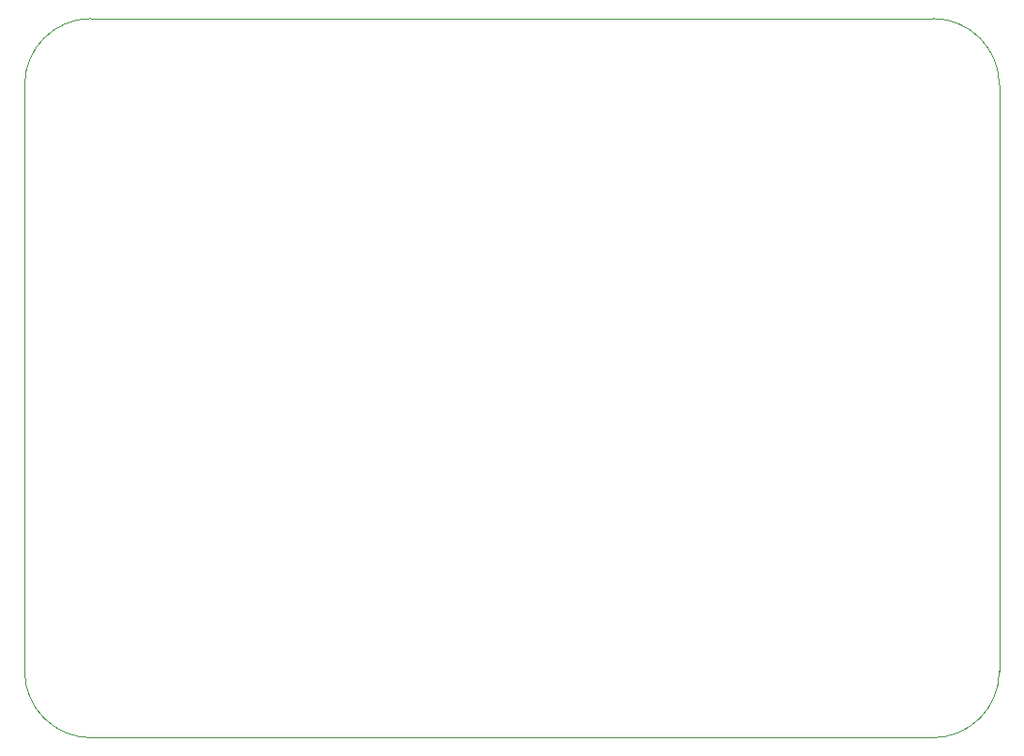
<source format=gbr>
%TF.GenerationSoftware,KiCad,Pcbnew,8.0.2*%
%TF.CreationDate,2024-06-06T20:45:53-07:00*%
%TF.ProjectId,tpms-sn-flex,74706d73-2d73-46e2-9d66-6c65782e6b69,rev?*%
%TF.SameCoordinates,Original*%
%TF.FileFunction,Profile,NP*%
%FSLAX46Y46*%
G04 Gerber Fmt 4.6, Leading zero omitted, Abs format (unit mm)*
G04 Created by KiCad (PCBNEW 8.0.2) date 2024-06-06 20:45:53*
%MOMM*%
%LPD*%
G01*
G04 APERTURE LIST*
%TA.AperFunction,Profile*%
%ADD10C,0.050000*%
%TD*%
G04 APERTURE END LIST*
D10*
X127999999Y-138999999D02*
G75*
G02*
X121999999Y-144999999I-5999999J-1D01*
G01*
X128000000Y-86000000D02*
X127999999Y-138999999D01*
X122000000Y-80000000D02*
X46000000Y-80000000D01*
X121999999Y-144999999D02*
X46000001Y-144999999D01*
X46000001Y-144999999D02*
G75*
G02*
X40000001Y-138999999I-1J5999999D01*
G01*
X40000000Y-86000000D02*
G75*
G02*
X46000000Y-80000000I6000000J0D01*
G01*
X122000000Y-80000000D02*
G75*
G02*
X128000000Y-86000000I0J-6000000D01*
G01*
X39999999Y-86000000D02*
X40000000Y-138999999D01*
M02*

</source>
